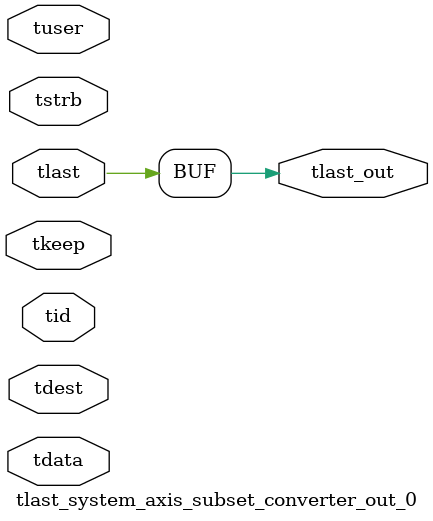
<source format=v>


`timescale 1ps/1ps

module tlast_system_axis_subset_converter_out_0 #
(
parameter C_S_AXIS_TID_WIDTH   = 1,
parameter C_S_AXIS_TUSER_WIDTH = 0,
parameter C_S_AXIS_TDATA_WIDTH = 0,
parameter C_S_AXIS_TDEST_WIDTH = 0
)
(
input  [(C_S_AXIS_TID_WIDTH   == 0 ? 1 : C_S_AXIS_TID_WIDTH)-1:0       ] tid,
input  [(C_S_AXIS_TDATA_WIDTH == 0 ? 1 : C_S_AXIS_TDATA_WIDTH)-1:0     ] tdata,
input  [(C_S_AXIS_TUSER_WIDTH == 0 ? 1 : C_S_AXIS_TUSER_WIDTH)-1:0     ] tuser,
input  [(C_S_AXIS_TDEST_WIDTH == 0 ? 1 : C_S_AXIS_TDEST_WIDTH)-1:0     ] tdest,
input  [(C_S_AXIS_TDATA_WIDTH/8)-1:0 ] tkeep,
input  [(C_S_AXIS_TDATA_WIDTH/8)-1:0 ] tstrb,
input  [0:0]                                                             tlast,
output                                                                   tlast_out
);

assign tlast_out = {tlast[0]};

endmodule


</source>
